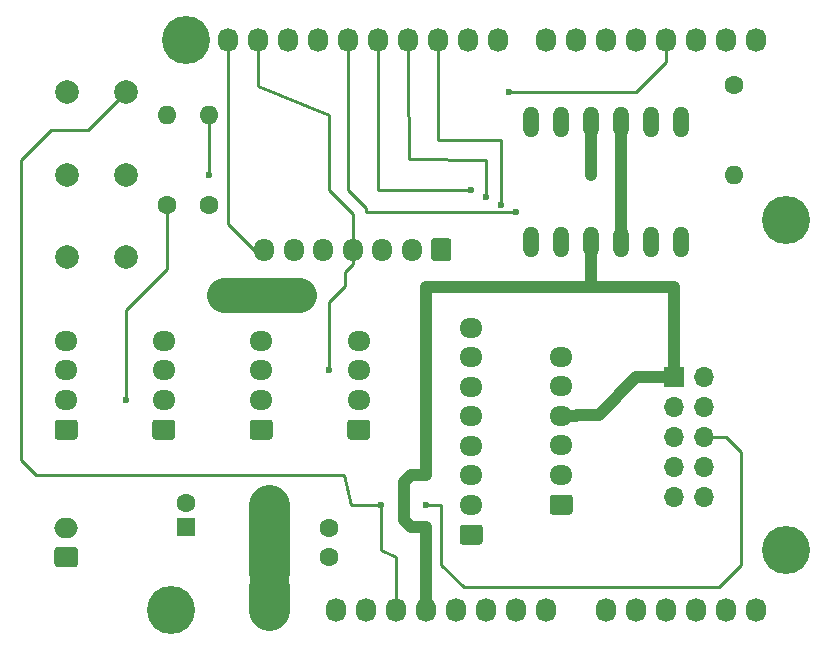
<source format=gbr>
%TF.GenerationSoftware,KiCad,Pcbnew,5.1.6-c6e7f7d~87~ubuntu18.04.1*%
%TF.CreationDate,2021-02-24T23:49:23+09:00*%
%TF.ProjectId,M302,4d333032-2e6b-4696-9361-645f70636258,rev?*%
%TF.SameCoordinates,Original*%
%TF.FileFunction,Copper,L1,Top*%
%TF.FilePolarity,Positive*%
%FSLAX46Y46*%
G04 Gerber Fmt 4.6, Leading zero omitted, Abs format (unit mm)*
G04 Created by KiCad (PCBNEW 5.1.6-c6e7f7d~87~ubuntu18.04.1) date 2021-02-24 23:49:23*
%MOMM*%
%LPD*%
G01*
G04 APERTURE LIST*
%TA.AperFunction,ComponentPad*%
%ADD10C,1.600000*%
%TD*%
%TA.AperFunction,ComponentPad*%
%ADD11O,1.950000X1.700000*%
%TD*%
%TA.AperFunction,ComponentPad*%
%ADD12O,1.600000X1.600000*%
%TD*%
%TA.AperFunction,ComponentPad*%
%ADD13O,1.700000X1.950000*%
%TD*%
%TA.AperFunction,ComponentPad*%
%ADD14C,2.000000*%
%TD*%
%TA.AperFunction,ComponentPad*%
%ADD15O,1.320800X2.641600*%
%TD*%
%TA.AperFunction,ComponentPad*%
%ADD16O,2.000000X1.700000*%
%TD*%
%TA.AperFunction,ComponentPad*%
%ADD17R,1.600000X1.600000*%
%TD*%
%TA.AperFunction,ComponentPad*%
%ADD18O,1.700000X1.700000*%
%TD*%
%TA.AperFunction,ComponentPad*%
%ADD19R,1.700000X1.700000*%
%TD*%
%TA.AperFunction,ComponentPad*%
%ADD20O,1.727200X2.032000*%
%TD*%
%TA.AperFunction,ComponentPad*%
%ADD21C,4.064000*%
%TD*%
%TA.AperFunction,ViaPad*%
%ADD22C,0.600000*%
%TD*%
%TA.AperFunction,Conductor*%
%ADD23C,0.250000*%
%TD*%
%TA.AperFunction,Conductor*%
%ADD24C,1.000000*%
%TD*%
%TA.AperFunction,Conductor*%
%ADD25C,0.500000*%
%TD*%
%TA.AperFunction,Conductor*%
%ADD26C,3.000000*%
%TD*%
%TA.AperFunction,Conductor*%
%ADD27C,3.500000*%
%TD*%
G04 APERTURE END LIST*
D10*
%TO.P,C2,2*%
%TO.N,GND*%
X138303000Y-116880000D03*
%TO.P,C2,1*%
%TO.N,+5V*%
X138303000Y-119380000D03*
%TD*%
D11*
%TO.P,J9,8*%
%TO.N,GND*%
X150368000Y-99975000D03*
%TO.P,J9,7*%
%TO.N,Net-(J9-Pad7)*%
X150368000Y-102475000D03*
%TO.P,J9,6*%
%TO.N,GND*%
X150368000Y-104975000D03*
%TO.P,J9,5*%
%TO.N,Net-(J9-Pad5)*%
X150368000Y-107475000D03*
%TO.P,J9,4*%
%TO.N,GND*%
X150368000Y-109975000D03*
%TO.P,J9,3*%
%TO.N,Net-(J9-Pad3)*%
X150368000Y-112475000D03*
%TO.P,J9,2*%
%TO.N,GND*%
X150368000Y-114975000D03*
%TO.P,J9,1*%
%TO.N,Net-(J9-Pad1)*%
%TA.AperFunction,ComponentPad*%
G36*
G01*
X151093000Y-118325000D02*
X149643000Y-118325000D01*
G75*
G02*
X149393000Y-118075000I0J250000D01*
G01*
X149393000Y-116875000D01*
G75*
G02*
X149643000Y-116625000I250000J0D01*
G01*
X151093000Y-116625000D01*
G75*
G02*
X151343000Y-116875000I0J-250000D01*
G01*
X151343000Y-118075000D01*
G75*
G02*
X151093000Y-118325000I-250000J0D01*
G01*
G37*
%TD.AperFunction*%
%TD*%
D12*
%TO.P,R3,2*%
%TO.N,+5V*%
X172593000Y-86995000D03*
D10*
%TO.P,R3,1*%
%TO.N,/4*%
X172593000Y-79375000D03*
%TD*%
D12*
%TO.P,R2,2*%
%TO.N,/3(\u002A\u002A)*%
X128143000Y-81915000D03*
D10*
%TO.P,R2,1*%
%TO.N,+5V*%
X128143000Y-89535000D03*
%TD*%
D12*
%TO.P,R1,2*%
%TO.N,/Reset*%
X124571835Y-81915000D03*
D10*
%TO.P,R1,1*%
%TO.N,+5V*%
X124571835Y-89535000D03*
%TD*%
D13*
%TO.P,J5,7*%
%TO.N,/A5(SCL)*%
X132828000Y-93345000D03*
%TO.P,J5,6*%
%TO.N,/3(\u002A\u002A)*%
X135328000Y-93345000D03*
%TO.P,J5,5*%
%TO.N,Net-(J5-Pad5)*%
X137828000Y-93345000D03*
%TO.P,J5,4*%
%TO.N,/A4(SDA)*%
X140328000Y-93345000D03*
%TO.P,J5,3*%
%TO.N,GND*%
X142828000Y-93345000D03*
%TO.P,J5,2*%
%TO.N,Net-(J5-Pad2)*%
X145328000Y-93345000D03*
%TO.P,J5,1*%
%TO.N,+5V*%
%TA.AperFunction,ComponentPad*%
G36*
G01*
X148678000Y-92620000D02*
X148678000Y-94070000D01*
G75*
G02*
X148428000Y-94320000I-250000J0D01*
G01*
X147228000Y-94320000D01*
G75*
G02*
X146978000Y-94070000I0J250000D01*
G01*
X146978000Y-92620000D01*
G75*
G02*
X147228000Y-92370000I250000J0D01*
G01*
X148428000Y-92370000D01*
G75*
G02*
X148678000Y-92620000I0J-250000D01*
G01*
G37*
%TD.AperFunction*%
%TD*%
D14*
%TO.P,SW3,2*%
%TO.N,GND*%
X116118000Y-93980000D03*
%TO.P,SW3,1*%
%TO.N,/4*%
X121118000Y-93980000D03*
%TD*%
D15*
%TO.P,U1,HV1*%
%TO.N,/7*%
X155448000Y-82550000D03*
%TO.P,U1,HV2*%
%TO.N,/6(\u002A\u002A)*%
X157988000Y-82550000D03*
%TO.P,U1,HV*%
%TO.N,+5V*%
X160528000Y-82550000D03*
%TO.P,U1,HGND*%
%TO.N,GND*%
X163068000Y-82550000D03*
%TO.P,U1,HV3*%
%TO.N,/5(\u002A\u002A)*%
X165608000Y-82550000D03*
%TO.P,U1,LGND*%
%TO.N,GND*%
X163068000Y-92710000D03*
%TO.P,U1,LV3*%
%TO.N,Net-(J7-Pad2)*%
X165608000Y-92710000D03*
%TO.P,U1,LV*%
%TO.N,+3V3*%
X160528000Y-92710000D03*
%TO.P,U1,LV2*%
%TO.N,Net-(J7-Pad5)*%
X157988000Y-92710000D03*
%TO.P,U1,HV4*%
%TO.N,/4*%
X168148000Y-82550000D03*
%TO.P,U1,LV4*%
%TO.N,Net-(J7-Pad1)*%
X168148000Y-92710000D03*
%TO.P,U1,LV1*%
%TO.N,Net-(J7-Pad6)*%
X155448000Y-92710000D03*
%TD*%
D16*
%TO.P,J8,2*%
%TO.N,GND*%
X116078000Y-116880000D03*
%TO.P,J8,1*%
%TO.N,+5V*%
%TA.AperFunction,ComponentPad*%
G36*
G01*
X116828000Y-120230000D02*
X115328000Y-120230000D01*
G75*
G02*
X115078000Y-119980000I0J250000D01*
G01*
X115078000Y-118780000D01*
G75*
G02*
X115328000Y-118530000I250000J0D01*
G01*
X116828000Y-118530000D01*
G75*
G02*
X117078000Y-118780000I0J-250000D01*
G01*
X117078000Y-119980000D01*
G75*
G02*
X116828000Y-120230000I-250000J0D01*
G01*
G37*
%TD.AperFunction*%
%TD*%
D10*
%TO.P,C1,2*%
%TO.N,GND*%
X126238000Y-114840000D03*
D17*
%TO.P,C1,1*%
%TO.N,+5V*%
X126238000Y-116840000D03*
%TD*%
D11*
%TO.P,J7,6*%
%TO.N,Net-(J7-Pad6)*%
X157988000Y-102435000D03*
%TO.P,J7,5*%
%TO.N,Net-(J7-Pad5)*%
X157988000Y-104935000D03*
%TO.P,J7,4*%
%TO.N,+3V3*%
X157988000Y-107435000D03*
%TO.P,J7,3*%
%TO.N,GND*%
X157988000Y-109935000D03*
%TO.P,J7,2*%
%TO.N,Net-(J7-Pad2)*%
X157988000Y-112435000D03*
%TO.P,J7,1*%
%TO.N,Net-(J7-Pad1)*%
%TA.AperFunction,ComponentPad*%
G36*
G01*
X158713000Y-115785000D02*
X157263000Y-115785000D01*
G75*
G02*
X157013000Y-115535000I0J250000D01*
G01*
X157013000Y-114335000D01*
G75*
G02*
X157263000Y-114085000I250000J0D01*
G01*
X158713000Y-114085000D01*
G75*
G02*
X158963000Y-114335000I0J-250000D01*
G01*
X158963000Y-115535000D01*
G75*
G02*
X158713000Y-115785000I-250000J0D01*
G01*
G37*
%TD.AperFunction*%
%TD*%
D18*
%TO.P,J6,10*%
%TO.N,Net-(J6-Pad10)*%
X170053000Y-114300000D03*
%TO.P,J6,9*%
%TO.N,/13(SCK)*%
X167513000Y-114300000D03*
%TO.P,J6,8*%
%TO.N,Net-(J6-Pad8)*%
X170053000Y-111760000D03*
%TO.P,J6,7*%
%TO.N,/10(\u002A\u002A/SS)*%
X167513000Y-111760000D03*
%TO.P,J6,6*%
%TO.N,/Reset*%
X170053000Y-109220000D03*
%TO.P,J6,5*%
%TO.N,/11(\u002A\u002A/MOSI)*%
X167513000Y-109220000D03*
%TO.P,J6,4*%
%TO.N,GND*%
X170053000Y-106680000D03*
%TO.P,J6,3*%
%TO.N,/12(MISO)*%
X167513000Y-106680000D03*
%TO.P,J6,2*%
%TO.N,+5V*%
X170053000Y-104140000D03*
D19*
%TO.P,J6,1*%
%TO.N,+3V3*%
X167513000Y-104140000D03*
%TD*%
D14*
%TO.P,SW1,2*%
%TO.N,/Reset*%
X121118000Y-80010000D03*
%TO.P,SW1,1*%
%TO.N,GND*%
X116118000Y-80010000D03*
%TD*%
%TO.P,SW2,2*%
%TO.N,/3(\u002A\u002A)*%
X121118000Y-86995000D03*
%TO.P,SW2,1*%
%TO.N,GND*%
X116118000Y-86995000D03*
%TD*%
D20*
%TO.P,P1,1*%
%TO.N,Net-(P1-Pad1)*%
X138938000Y-123825000D03*
%TO.P,P1,2*%
%TO.N,/IOREF*%
X141478000Y-123825000D03*
%TO.P,P1,3*%
%TO.N,/Reset*%
X144018000Y-123825000D03*
%TO.P,P1,4*%
%TO.N,+3V3*%
X146558000Y-123825000D03*
%TO.P,P1,5*%
%TO.N,+5V*%
X149098000Y-123825000D03*
%TO.P,P1,6*%
%TO.N,GND*%
X151638000Y-123825000D03*
%TO.P,P1,7*%
X154178000Y-123825000D03*
%TO.P,P1,8*%
%TO.N,Net-(P1-Pad8)*%
X156718000Y-123825000D03*
%TD*%
%TO.P,P2,1*%
%TO.N,Net-(J9-Pad1)*%
X161798000Y-123825000D03*
%TO.P,P2,2*%
%TO.N,Net-(J9-Pad3)*%
X164338000Y-123825000D03*
%TO.P,P2,3*%
%TO.N,Net-(J9-Pad5)*%
X166878000Y-123825000D03*
%TO.P,P2,4*%
%TO.N,Net-(J9-Pad7)*%
X169418000Y-123825000D03*
%TO.P,P2,5*%
%TO.N,Net-(P2-Pad5)*%
X171958000Y-123825000D03*
%TO.P,P2,6*%
%TO.N,Net-(P2-Pad6)*%
X174498000Y-123825000D03*
%TD*%
%TO.P,P3,1*%
%TO.N,/A5(SCL)*%
X129794000Y-75565000D03*
%TO.P,P3,2*%
%TO.N,/A4(SDA)*%
X132334000Y-75565000D03*
%TO.P,P3,3*%
%TO.N,/AREF*%
X134874000Y-75565000D03*
%TO.P,P3,4*%
%TO.N,GND*%
X137414000Y-75565000D03*
%TO.P,P3,5*%
%TO.N,/13(SCK)*%
X139954000Y-75565000D03*
%TO.P,P3,6*%
%TO.N,/12(MISO)*%
X142494000Y-75565000D03*
%TO.P,P3,7*%
%TO.N,/11(\u002A\u002A/MOSI)*%
X145034000Y-75565000D03*
%TO.P,P3,8*%
%TO.N,/10(\u002A\u002A/SS)*%
X147574000Y-75565000D03*
%TO.P,P3,9*%
%TO.N,/9(\u002A\u002A)*%
X150114000Y-75565000D03*
%TO.P,P3,10*%
%TO.N,/8*%
X152654000Y-75565000D03*
%TD*%
%TO.P,P4,1*%
%TO.N,/7*%
X156718000Y-75565000D03*
%TO.P,P4,2*%
%TO.N,/6(\u002A\u002A)*%
X159258000Y-75565000D03*
%TO.P,P4,3*%
%TO.N,/5(\u002A\u002A)*%
X161798000Y-75565000D03*
%TO.P,P4,4*%
%TO.N,/4*%
X164338000Y-75565000D03*
%TO.P,P4,5*%
%TO.N,/3(\u002A\u002A)*%
X166878000Y-75565000D03*
%TO.P,P4,6*%
%TO.N,/2*%
X169418000Y-75565000D03*
%TO.P,P4,7*%
%TO.N,/1(Tx)*%
X171958000Y-75565000D03*
%TO.P,P4,8*%
%TO.N,/0(Rx)*%
X174498000Y-75565000D03*
%TD*%
D21*
%TO.P,P5,1*%
%TO.N,Net-(P5-Pad1)*%
X124968000Y-123825000D03*
%TD*%
%TO.P,P6,1*%
%TO.N,Net-(P6-Pad1)*%
X177038000Y-118745000D03*
%TD*%
%TO.P,P7,1*%
%TO.N,Net-(P7-Pad1)*%
X126238000Y-75565000D03*
%TD*%
%TO.P,P8,1*%
%TO.N,Net-(P8-Pad1)*%
X177038000Y-90805000D03*
%TD*%
D11*
%TO.P,J1,4*%
%TO.N,/A5(SCL)*%
X116078000Y-101085000D03*
%TO.P,J1,3*%
%TO.N,/A4(SDA)*%
X116078000Y-103585000D03*
%TO.P,J1,2*%
%TO.N,+5V*%
X116078000Y-106085000D03*
%TO.P,J1,1*%
%TO.N,GND*%
%TA.AperFunction,ComponentPad*%
G36*
G01*
X116803000Y-109435000D02*
X115353000Y-109435000D01*
G75*
G02*
X115103000Y-109185000I0J250000D01*
G01*
X115103000Y-107985000D01*
G75*
G02*
X115353000Y-107735000I250000J0D01*
G01*
X116803000Y-107735000D01*
G75*
G02*
X117053000Y-107985000I0J-250000D01*
G01*
X117053000Y-109185000D01*
G75*
G02*
X116803000Y-109435000I-250000J0D01*
G01*
G37*
%TD.AperFunction*%
%TD*%
%TO.P,J2,1*%
%TO.N,GND*%
%TA.AperFunction,ComponentPad*%
G36*
G01*
X125058000Y-109435000D02*
X123608000Y-109435000D01*
G75*
G02*
X123358000Y-109185000I0J250000D01*
G01*
X123358000Y-107985000D01*
G75*
G02*
X123608000Y-107735000I250000J0D01*
G01*
X125058000Y-107735000D01*
G75*
G02*
X125308000Y-107985000I0J-250000D01*
G01*
X125308000Y-109185000D01*
G75*
G02*
X125058000Y-109435000I-250000J0D01*
G01*
G37*
%TD.AperFunction*%
%TO.P,J2,2*%
%TO.N,+5V*%
X124333000Y-106085000D03*
%TO.P,J2,3*%
%TO.N,/A4(SDA)*%
X124333000Y-103585000D03*
%TO.P,J2,4*%
%TO.N,/A5(SCL)*%
X124333000Y-101085000D03*
%TD*%
%TO.P,J3,4*%
%TO.N,/A5(SCL)*%
X132588000Y-101085000D03*
%TO.P,J3,3*%
%TO.N,/A4(SDA)*%
X132588000Y-103585000D03*
%TO.P,J3,2*%
%TO.N,+5V*%
X132588000Y-106085000D03*
%TO.P,J3,1*%
%TO.N,GND*%
%TA.AperFunction,ComponentPad*%
G36*
G01*
X133313000Y-109435000D02*
X131863000Y-109435000D01*
G75*
G02*
X131613000Y-109185000I0J250000D01*
G01*
X131613000Y-107985000D01*
G75*
G02*
X131863000Y-107735000I250000J0D01*
G01*
X133313000Y-107735000D01*
G75*
G02*
X133563000Y-107985000I0J-250000D01*
G01*
X133563000Y-109185000D01*
G75*
G02*
X133313000Y-109435000I-250000J0D01*
G01*
G37*
%TD.AperFunction*%
%TD*%
%TO.P,J4,1*%
%TO.N,GND*%
%TA.AperFunction,ComponentPad*%
G36*
G01*
X141568000Y-109435000D02*
X140118000Y-109435000D01*
G75*
G02*
X139868000Y-109185000I0J250000D01*
G01*
X139868000Y-107985000D01*
G75*
G02*
X140118000Y-107735000I250000J0D01*
G01*
X141568000Y-107735000D01*
G75*
G02*
X141818000Y-107985000I0J-250000D01*
G01*
X141818000Y-109185000D01*
G75*
G02*
X141568000Y-109435000I-250000J0D01*
G01*
G37*
%TD.AperFunction*%
%TO.P,J4,2*%
%TO.N,+5V*%
X140843000Y-106085000D03*
%TO.P,J4,3*%
%TO.N,/A4(SDA)*%
X140843000Y-103585000D03*
%TO.P,J4,4*%
%TO.N,/A5(SCL)*%
X140843000Y-101085000D03*
%TD*%
D22*
%TO.N,/Reset*%
X142748000Y-114935000D03*
X146558000Y-114935000D03*
%TO.N,+5V*%
X160528000Y-86995000D03*
X121158000Y-106045000D03*
%TO.N,GND*%
X129413000Y-97155000D03*
X140843000Y-108585000D03*
X130683000Y-97155000D03*
X135128000Y-97155000D03*
X133223000Y-116205000D03*
X133223000Y-121920000D03*
X133858000Y-115570000D03*
X133858000Y-116840000D03*
X132588000Y-116840000D03*
X132588000Y-115570000D03*
X133223000Y-117475000D03*
X133223000Y-114935000D03*
X133858000Y-121285000D03*
X132588000Y-121285000D03*
X131953000Y-121920000D03*
X134493000Y-121920000D03*
X133858000Y-122555000D03*
X132588000Y-122555000D03*
X131953000Y-123190000D03*
X133223000Y-123190000D03*
X134493000Y-123190000D03*
X133858000Y-123825000D03*
X132588000Y-123825000D03*
X133223000Y-124460000D03*
X134493000Y-124460000D03*
X131953000Y-124460000D03*
X131953000Y-116205000D03*
X134493000Y-116205000D03*
X134493000Y-117475000D03*
X131953000Y-117475000D03*
X132588000Y-114300000D03*
X133858000Y-114300000D03*
X134493000Y-114935000D03*
X131953000Y-114935000D03*
X133223000Y-113665000D03*
X130048000Y-96520000D03*
X131318000Y-96520000D03*
X131318000Y-97790000D03*
X130048000Y-97790000D03*
X134493000Y-97790000D03*
X134493000Y-96520000D03*
X136398000Y-97155000D03*
X135763000Y-97790000D03*
X133858000Y-97155000D03*
X128778000Y-96520000D03*
X128778000Y-97790000D03*
X135763000Y-96520000D03*
%TO.N,/A4(SDA)*%
X138303000Y-103505000D03*
%TO.N,/3(\u002A\u002A)*%
X153543000Y-80010000D03*
X128143000Y-86995000D03*
%TO.N,/13(SCK)*%
X154178000Y-90170000D03*
%TO.N,/10(\u002A\u002A/SS)*%
X152908000Y-89535000D03*
%TO.N,/12(MISO)*%
X150368000Y-88265000D03*
%TO.N,/11(\u002A\u002A/MOSI)*%
X151638000Y-88900000D03*
%TD*%
D23*
%TO.N,/Reset*%
X142748000Y-118745000D02*
X142748000Y-114935000D01*
X144018000Y-119380000D02*
X142748000Y-118745000D01*
X144018000Y-123825000D02*
X144018000Y-119380000D01*
X142748000Y-114935000D02*
X142748000Y-114935000D01*
X171958000Y-109220000D02*
X170053000Y-109220000D01*
X173228000Y-110490000D02*
X171958000Y-109220000D01*
X173228000Y-120015000D02*
X173228000Y-110490000D01*
X171323000Y-121920000D02*
X173228000Y-120015000D01*
X149733000Y-121920000D02*
X171323000Y-121920000D01*
X147828000Y-120015000D02*
X149733000Y-121920000D01*
X147828000Y-114935000D02*
X147828000Y-120015000D01*
X146558000Y-114935000D02*
X147828000Y-114935000D01*
X117943000Y-83185000D02*
X121118000Y-80010000D01*
X114808000Y-83185000D02*
X117943000Y-83185000D01*
X112268000Y-111125000D02*
X112268000Y-85725000D01*
X112268000Y-85725000D02*
X114808000Y-83185000D01*
X113538000Y-112395000D02*
X112268000Y-111125000D01*
X139573000Y-112395000D02*
X113538000Y-112395000D01*
X140208000Y-114935000D02*
X139573000Y-112395000D01*
X142748000Y-114935000D02*
X140208000Y-114935000D01*
D24*
%TO.N,+5V*%
X160528000Y-82550000D02*
X160528000Y-86995000D01*
D25*
X160528000Y-86995000D02*
X160528000Y-86995000D01*
D23*
X124571835Y-89535000D02*
X124571835Y-95011165D01*
X124571835Y-95011165D02*
X121158000Y-98425000D01*
X121158000Y-98425000D02*
X121158000Y-106045000D01*
X121158000Y-106045000D02*
X121158000Y-106045000D01*
D26*
%TO.N,GND*%
X133223000Y-116205000D02*
X133223000Y-116205000D01*
D23*
X129413000Y-97155000D02*
X129413000Y-97155000D01*
D26*
X129413000Y-97155000D02*
X135763000Y-97155000D01*
D23*
X135763000Y-97155000D02*
X135763000Y-97155000D01*
D24*
X163068000Y-82550000D02*
X163068000Y-92710000D01*
D27*
X133223000Y-114935000D02*
X133223000Y-120650000D01*
D26*
X133223000Y-121920000D02*
X133223000Y-121920000D01*
X133223000Y-121920000D02*
X133223000Y-121920000D01*
D27*
X133223000Y-121920000D02*
X133223000Y-123825000D01*
D23*
%TO.N,/A4(SDA)*%
X140328000Y-94570000D02*
X139648000Y-95250000D01*
X140328000Y-93345000D02*
X140328000Y-94570000D01*
X139648000Y-95250000D02*
X139648000Y-96445000D01*
X139648000Y-96445000D02*
X138303000Y-97790000D01*
X138303000Y-97790000D02*
X138303000Y-103505000D01*
X138303000Y-103505000D02*
X138303000Y-103505000D01*
X132334000Y-79375000D02*
X132334000Y-75565000D01*
X132334000Y-79476600D02*
X132334000Y-79375000D01*
X138303000Y-81915000D02*
X132334000Y-79476600D01*
X138303000Y-88265000D02*
X138303000Y-81915000D01*
X140366549Y-90328549D02*
X138303000Y-88265000D01*
X140366549Y-90805000D02*
X140366549Y-90328549D01*
X140328000Y-93345000D02*
X140366549Y-90805000D01*
%TO.N,/A5(SCL)*%
X129794000Y-75565000D02*
X129794000Y-91186000D01*
X131953000Y-93345000D02*
X132828000Y-93345000D01*
X129794000Y-91186000D02*
X131953000Y-93345000D01*
%TO.N,/3(\u002A\u002A)*%
X153543000Y-80010000D02*
X164338000Y-80010000D01*
X166878000Y-77470000D02*
X166878000Y-75565000D01*
X164338000Y-80010000D02*
X166878000Y-77470000D01*
X128143000Y-81915000D02*
X128143000Y-86995000D01*
%TO.N,/13(SCK)*%
X154178000Y-90170000D02*
X141478000Y-90170000D01*
X139954000Y-88265000D02*
X139954000Y-75565000D01*
X141478000Y-89789000D02*
X139954000Y-88265000D01*
X141478000Y-90170000D02*
X141478000Y-89789000D01*
%TO.N,/10(\u002A\u002A/SS)*%
X152908000Y-89535000D02*
X152908000Y-89535000D01*
X147574000Y-75565000D02*
X147574000Y-84074000D01*
X152908000Y-84074000D02*
X152908000Y-89535000D01*
X152908000Y-84074000D02*
X147574000Y-84074000D01*
D24*
%TO.N,+3V3*%
X167513000Y-102235000D02*
X167513000Y-104140000D01*
X167513000Y-96520000D02*
X167513000Y-102235000D01*
X160528000Y-96520000D02*
X167513000Y-96520000D01*
X160528000Y-92710000D02*
X160528000Y-96520000D01*
D23*
X159213000Y-107435000D02*
X159333000Y-107315000D01*
D24*
X157988000Y-107435000D02*
X159213000Y-107435000D01*
X159333000Y-107315000D02*
X161163000Y-107315000D01*
X164338000Y-104140000D02*
X167513000Y-104140000D01*
X161163000Y-107315000D02*
X164338000Y-104140000D01*
X146558000Y-96520000D02*
X160528000Y-96520000D01*
X146558000Y-112395000D02*
X146558000Y-96520000D01*
X146558000Y-112395000D02*
X145288000Y-112395000D01*
X145288000Y-112395000D02*
X144653000Y-113030000D01*
X144653000Y-113030000D02*
X144653000Y-116205000D01*
X144653000Y-116205000D02*
X145288000Y-116840000D01*
X145288000Y-116840000D02*
X146558000Y-116840000D01*
X146558000Y-116840000D02*
X146558000Y-123825000D01*
D23*
%TO.N,/12(MISO)*%
X142494000Y-88265000D02*
X142494000Y-75565000D01*
X150368000Y-88265000D02*
X142748000Y-88265000D01*
X142494000Y-88265000D02*
X142748000Y-88265000D01*
%TO.N,/11(\u002A\u002A/MOSI)*%
X145107761Y-85639890D02*
X145034000Y-78486000D01*
X145034000Y-78486000D02*
X145034000Y-75565000D01*
X151638000Y-85725000D02*
X145107761Y-85639890D01*
X151638000Y-88900000D02*
X151638000Y-85725000D01*
%TD*%
M02*

</source>
